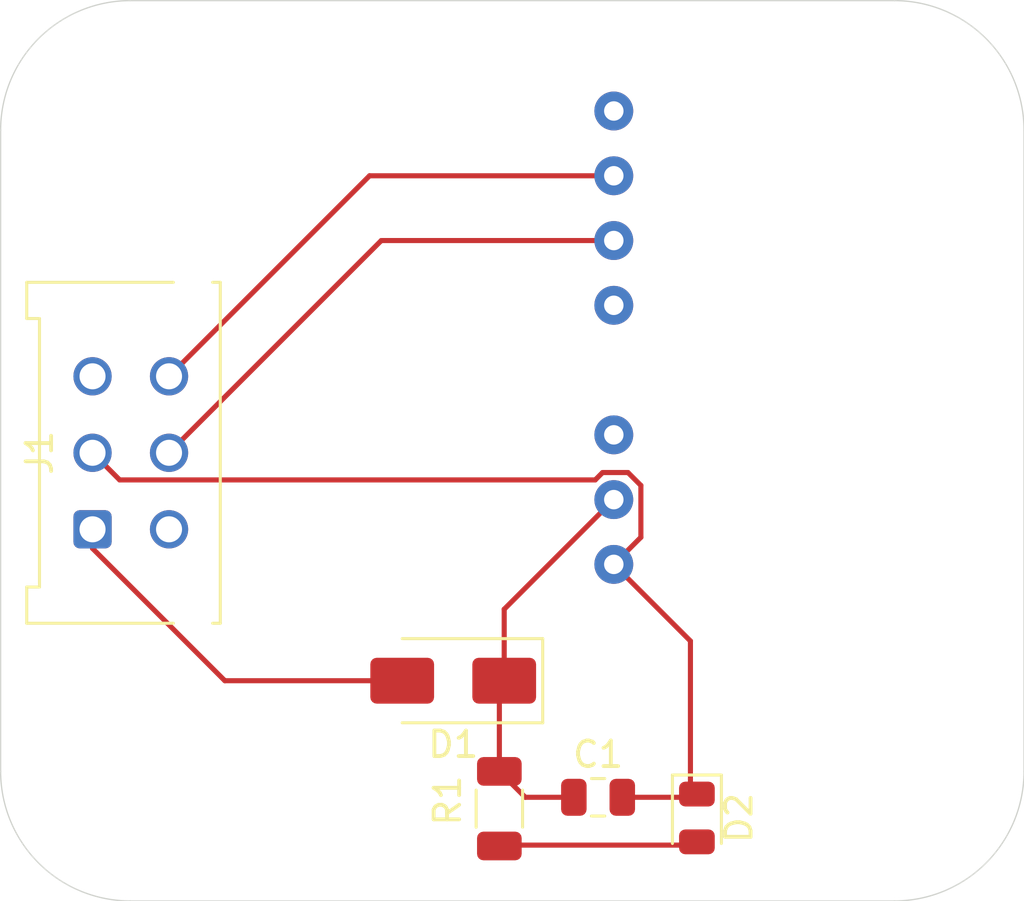
<source format=kicad_pcb>
(kicad_pcb (version 20240108) (generator "pcbnew") (generator_version "8.0")
  (layers (0 "F.Cu" signal) (31 "B.Cu" signal) (34 "B.Paste" user) (35 "F.Paste" user) (36 "B.SilkS" user "B.Silkscreen") (37 "F.SilkS" user "F.Silkscreen") (38 "B.Mask" user) (39 "F.Mask" user) (44 "Edge.Cuts" user))
  (net 0 "")
  (net 1 "GND")
  (net 2 "Net-(D1-K)")
  (net 3 "Net-(D1-A)")
  (net 4 "Net-(D2-A)")
  (net 7 "+12P")
  (net 8 "GNDD")
  (footprint "MountingHole:MountingHole_3.2mm_M3" (layer "F.Cu") (at 121.694 83.185)
    (property "Reference" "REF**" (hide yes))
    (property "Value" "MountingHole_3.2mm_M3" (hide yes))
    (pad "" np_thru_hole circle (at 0 0) (size 3.2 3.2) (drill 3.2) (layers "*.Cu" "*.Mask"))
  )
  (footprint "components:SPAN02A" (layer "F.Cu") (at 110.914 100.848 90)
    (property "Reference" "U1" (hide yes))
    (property "Value" "~")
    (pad "1" thru_hole circle (at 0 0 90) (size 1.524 1.524) (drill 0.762) (layers "*.Cu" "*.Mask") (net 1 "GND"))
    (pad "2" thru_hole circle (at 2.54 0 90) (size 1.524 1.524) (drill 0.762) (layers "*.Cu" "*.Mask") (net 2 "Net-(D1-K)"))
    (pad "3" thru_hole circle (at 5.08 0 90) (size 1.524 1.524) (drill 0.762) (layers "*.Cu" "*.Mask"))
    (pad "5" thru_hole circle (at 10.16 0 90) (size 1.524 1.524) (drill 0.762) (layers "*.Cu" "*.Mask"))
    (pad "6" thru_hole circle (at 12.7 0 90) (size 1.524 1.524) (drill 0.762) (layers "*.Cu" "*.Mask") (net 7 "+12P"))
    (pad "7" thru_hole circle (at 15.24 0 90) (size 1.524 1.524) (drill 0.762) (layers "*.Cu" "*.Mask") (net 8 "GNDD"))
    (pad "8" thru_hole circle (at 17.78 0 90) (size 1.524 1.524) (drill 0.762) (layers "*.Cu" "*.Mask"))
  )
  (footprint "Diode_SMD:D_SMA" (layer "F.Cu") (at 104.616 105.41 180)
    (property "Reference" "D1" (at 0 -2.5 360) (layer "F.SilkS"))
    (property "Value" "D")
    (fp_line (start -3.51 1.65) (end 2 1.65) (stroke (width 0.12)) (layer "F.SilkS"))
    (fp_line (start -3.51 -1.65) (end 2 -1.65) (stroke (width 0.12)) (layer "F.SilkS"))
    (fp_line (start -3.51 -1.65) (end -3.51 1.65) (stroke (width 0.12)) (layer "F.SilkS"))
    (pad "1" smd roundrect (at -2 0 180) (size 2.5 1.8) (layers "F.Cu" "F.Paste" "F.Mask") (roundrect_rratio 0.1388888889) (net 2 "Net-(D1-K)"))
    (pad "2" smd roundrect (at 2 0 180) (size 2.5 1.8) (layers "F.Cu" "F.Paste" "F.Mask") (roundrect_rratio 0.1388888889) (net 3 "Net-(D1-A)"))
  )
  (footprint "Capacitor_SMD:C_0805_2012Metric" (layer "F.Cu") (at 110.297 109.982)
    (property "Reference" "C1" (at 0 -1.68 0) (layer "F.SilkS"))
    (property "Value" "C")
    (fp_line (start -0.261252 -0.735) (end 0.261252 -0.735) (stroke (width 0.12)) (layer "F.SilkS"))
    (fp_line (start -0.261252 0.735) (end 0.261252 0.735) (stroke (width 0.12)) (layer "F.SilkS"))
    (pad "1" smd roundrect (at -0.95 0) (size 1 1.45) (layers "F.Cu" "F.Paste" "F.Mask") (net 2 "Net-(D1-K)"))
    (pad "2" smd roundrect (at 0.95 0) (size 1 1.45) (layers "F.Cu" "F.Paste" "F.Mask") (net 1 "GND"))
  )
  (footprint "MountingHole:MountingHole_3.2mm_M3" (layer "F.Cu") (at 91.694 83.185)
    (property "Reference" "REF**" (hide yes))
    (property "Value" "MountingHole_3.2mm_M3" (hide yes))
    (pad "" np_thru_hole circle (at 0 0) (size 3.2 3.2) (drill 3.2) (layers "*.Cu" "*.Mask"))
  )
  (footprint "LED_SMD:LED_0805_2012Metric" (layer "F.Cu") (at 114.173 110.7925 -90)
    (property "Reference" "D2" (at 0 -1.65 90) (layer "F.SilkS"))
    (property "Value" "LED")
    (fp_line (start -1.685 0.96) (end 1 0.96) (stroke (width 0.12)) (layer "F.SilkS"))
    (fp_line (start -1.685 -0.96) (end -1.685 0.96) (stroke (width 0.12)) (layer "F.SilkS"))
    (fp_line (start 1 -0.96) (end -1.685 -0.96) (stroke (width 0.12)) (layer "F.SilkS"))
    (pad "1" smd roundrect (at -0.9375 0 270) (size 0.975 1.4) (layers "F.Cu" "F.Paste" "F.Mask") (net 1 "GND"))
    (pad "2" smd roundrect (at 0.9375 0 270) (size 0.975 1.4) (layers "F.Cu" "F.Paste" "F.Mask") (net 4 "Net-(D2-A)"))
  )
  (footprint "Resistor_SMD:R_1206_3216Metric" (layer "F.Cu") (at 106.426 110.4285 -90)
    (property "Reference" "R1" (at -0.3195 2.032 90) (layer "F.SilkS"))
    (property "Value" "R")
    (fp_line (start -0.727064 0.91) (end 0.727064 0.91) (stroke (width 0.12)) (layer "F.SilkS"))
    (fp_line (start -0.727064 -0.91) (end 0.727064 -0.91) (stroke (width 0.12)) (layer "F.SilkS"))
    (pad "1" smd roundrect (at -1.4625 0 270) (size 1.125 1.75) (layers "F.Cu" "F.Paste" "F.Mask") (roundrect_rratio 0.222222) (net 2 "Net-(D1-K)"))
    (pad "2" smd roundrect (at 1.4625 0 270) (size 1.125 1.75) (layers "F.Cu" "F.Paste" "F.Mask") (roundrect_rratio 0.222222) (net 4 "Net-(D2-A)"))
  )
  (footprint "MountingHole:MountingHole_3.2mm_M3" (layer "F.Cu") (at 91.92 108.966)
    (property "Reference" "REF**" (hide yes))
    (property "Value" "MountingHole_3.2mm_M3" (hide yes))
    (pad "" np_thru_hole circle (at 0 0) (size 3.2 3.2) (drill 3.2) (layers "*.Cu" "*.Mask"))
  )
  (footprint "Connector_Molex:Molex_Micro-Fit_3.0_43045-0612_2x03_P3.00mm_Vertical" (layer "F.Cu") (at 90.472 99.472 90)
    (property "Reference" "J1" (at 3 -2.08 90) (layer "F.SilkS"))
    (property "Value" "Conn_01x06_Pin")
    (fp_line (start 9.685 -2.58) (end 9.685 3.17) (stroke (width 0.12)) (layer "F.SilkS"))
    (fp_line (start 8.265 -2.58) (end 9.685 -2.58) (stroke (width 0.12)) (layer "F.SilkS"))
    (fp_line (start -2.265 -2.58) (end -2.265 -2.08) (stroke (width 0.12)) (layer "F.SilkS"))
    (fp_line (start -3.685 -2.58) (end -2.265 -2.58) (stroke (width 0.12)) (layer "F.SilkS"))
    (fp_line (start 8.265 -2.08) (end 8.265 -2.58) (stroke (width 0.12)) (layer "F.SilkS"))
    (fp_line (start -2.265 -2.08) (end 8.265 -2.08) (stroke (width 0.12)) (layer "F.SilkS"))
    (fp_line (start -3.685 3.17) (end -3.685 -2.58) (stroke (width 0.12)) (layer "F.SilkS"))
    (fp_line (start -3.685 4.71) (end -3.685 5.01) (stroke (width 0.12)) (layer "F.SilkS"))
    (fp_line (start 9.685 5.01) (end 9.685 4.71) (stroke (width 0.12)) (layer "F.SilkS"))
    (fp_line (start -3.685 5.01) (end 9.685 5.01) (stroke (width 0.12)) (layer "F.SilkS"))
    (pad "" np_thru_hole circle (at -3 3.94 90) (size 1.02 1.02) (drill 1.02) (layers "*.Cu" "*.Mask"))
    (pad "" np_thru_hole circle (at 9 3.94 90) (size 1.02 1.02) (drill 1.02) (layers "*.Cu" "*.Mask"))
    (pad "1" thru_hole roundrect (at 0 0 90) (size 1.5 1.5) (drill 1.02) (layers "*.Cu" "*.Mask") (roundrect_rratio 0.166667) (net 3 "Net-(D1-A)"))
    (pad "2" thru_hole circle (at 3 0 90) (size 1.5 1.5) (drill 1.02) (layers "*.Cu" "*.Mask") (net 1 "GND"))
    (pad "3" thru_hole circle (at 6 0 90) (size 1.5 1.5) (drill 1.02) (layers "*.Cu" "*.Mask"))
    (pad "4" thru_hole circle (at 0 3 90) (size 1.5 1.5) (drill 1.02) (layers "*.Cu" "*.Mask"))
    (pad "5" thru_hole circle (at 3 3 90) (size 1.5 1.5) (drill 1.02) (layers "*.Cu" "*.Mask") (net 7 "+12P"))
    (pad "6" thru_hole circle (at 6 3 90) (size 1.5 1.5) (drill 1.02) (layers "*.Cu" "*.Mask") (net 8 "GNDD"))
  )
  (footprint "MountingHole:MountingHole_3.2mm_M3" (layer "F.Cu") (at 121.92 108.966)
    (property "Reference" "REF**" (hide yes))
    (property "Value" "MountingHole_3.2mm_M3" (hide yes))
    (pad "" np_thru_hole circle (at 0 0) (size 3.2 3.2) (drill 3.2) (layers "*.Cu" "*.Mask"))
  )
  (gr_line (start 91.948 114.046) (end 121.92 114.046) (stroke (width 0.05)) (layer "Edge.Cuts"))
  (gr_arc (start 121.92 78.74) (mid 125.512102 80.227898) (end 127 83.82) (stroke (width 0.05)) (layer "Edge.Cuts"))
  (gr_line (start 121.92 78.74) (end 91.948 78.74) (stroke (width 0.05)) (layer "Edge.Cuts"))
  (gr_arc (start 127 108.966) (mid 125.512102 112.558102) (end 121.92 114.046) (stroke (width 0.05)) (layer "Edge.Cuts"))
  (gr_line (start 86.868 83.82) (end 86.868 108.966) (stroke (width 0.05)) (layer "Edge.Cuts"))
  (gr_arc (start 91.948 114.046) (mid 88.355898 112.558102) (end 86.868 108.966) (stroke (width 0.05)) (layer "Edge.Cuts"))
  (gr_arc (start 86.868 83.82) (mid 88.355898 80.227898) (end 91.948 78.74) (stroke (width 0.05)) (layer "Edge.Cuts"))
  (gr_line (start 127 108.966) (end 127 83.82) (stroke (width 0.05)) (layer "Edge.Cuts"))
  (segment (start 111.976 99.786) (end 110.914 100.848) (width 0.2) (layer "F.Cu") (net 1))
  (segment (start 111.247 109.982) (end 113.919 109.982) (width 0.2) (layer "F.Cu") (net 1))
  (segment (start 111.976 97.752) (end 111.976 99.786) (width 0.2) (layer "F.Cu") (net 1))
  (segment (start 111.47 97.246) (end 111.976 97.752) (width 0.2) (layer "F.Cu") (net 1))
  (segment (start 90.472 96.472) (end 91.536 97.536) (width 0.2) (layer "F.Cu") (net 1))
  (segment (start 91.536 97.536) (end 110.184105 97.536) (width 0.2) (layer "F.Cu") (net 1))
  (segment (start 113.919 103.853) (end 110.914 100.848) (width 0.2) (layer "F.Cu") (net 1))
  (segment (start 110.474105 97.246) (end 111.47 97.246) (width 0.2) (layer "F.Cu") (net 1))
  (segment (start 113.919 109.982) (end 113.919 103.853) (width 0.2) (layer "F.Cu") (net 1))
  (segment (start 110.184105 97.536) (end 110.474105 97.246) (width 0.2) (layer "F.Cu") (net 1))
  (segment (start 106.616 105.41) (end 106.616 102.606) (width 0.2) (layer "F.Cu") (net 2))
  (segment (start 106.426 108.966) (end 107.442 109.982) (width 0.2) (layer "F.Cu") (net 2))
  (segment (start 106.426 108.966) (end 106.426 105.6) (width 0.2) (layer "F.Cu") (net 2))
  (segment (start 107.442 109.982) (end 109.347 109.982) (width 0.2) (layer "F.Cu") (net 2))
  (segment (start 106.426 105.6) (end 106.616 105.41) (width 0.2) (layer "F.Cu") (net 2))
  (segment (start 106.616 102.606) (end 110.914 98.308) (width 0.2) (layer "F.Cu") (net 2))
  (segment (start 95.660001 105.41) (end 102.616 105.41) (width 0.2) (layer "F.Cu") (net 3))
  (segment (start 90.472 100.221999) (end 95.660001 105.41) (width 0.2) (layer "F.Cu") (net 3))
  (segment (start 90.472 99.472) (end 90.472 100.221999) (width 0.2) (layer "F.Cu") (net 3))
  (segment (start 106.426 111.891) (end 106.46 111.857) (width 0.2) (layer "F.Cu") (net 4))
  (segment (start 106.46 111.857) (end 113.919 111.857) (width 0.2) (layer "F.Cu") (net 4))
  (segment (start 93.472 96.472) (end 101.796 88.148) (width 0.2) (layer "F.Cu") (net 7))
  (segment (start 101.796 88.148) (end 110.914 88.148) (width 0.2) (layer "F.Cu") (net 7))
  (segment (start 101.336 85.608) (end 110.914 85.608) (width 0.2) (layer "F.Cu") (net 8))
  (segment (start 93.472 93.472) (end 101.336 85.608) (width 0.2) (layer "F.Cu") (net 8))
)
</source>
